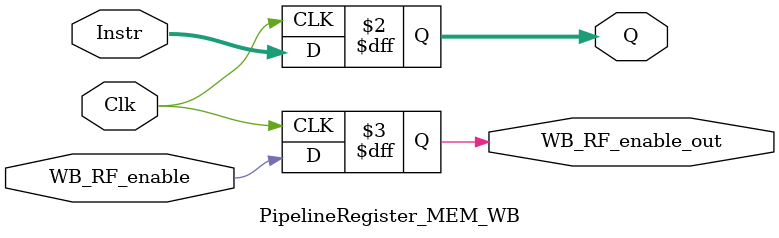
<source format=v>
module ControlUnit(Instr, ID_OP, ID_jmpl_instr, ID_Read_Write, ID_SE_dm, ID_load_instr, ID_RF_enable, ID_size_dm, ID_modifyCC, ID_Call_instr, ID_B_instr, ID_29_a, ID_ALU_op3);
    input [31:0] Instr;
    output reg ID_jmpl_instr, ID_Read_Write, ID_SE_dm, ID_load_instr, ID_RF_enable, ID_modifyCC, ID_Call_instr, ID_B_instr, ID_29_a;
    output reg [1:0] ID_size_dm;
    output reg [1:0] ID_OP;
    output reg [5:0] ID_ALU_op3;

    wire [1:0] op = Instr[31:30];

    always @(*) 
        begin

            case (op)
            2'b01:
            begin
                //op = CALL
                ID_OP = op;
                ID_jmpl_instr = 0;
                ID_Read_Write = 'X;
                ID_SE_dm = 'X;
                ID_load_instr = 0;
                ID_RF_enable = 1; //Write in R15 PC
                ID_size_dm = 'X;
                ID_modifyCC = 'X;
                ID_Call_instr = 1;
                ID_B_instr = 0;
                ID_29_a = 'X;
                ID_ALU_op3 = 'X;
            end
    
            2'b00:
            begin
                //op = Branch
                ID_OP = op;
                ID_jmpl_instr = 0;
                ID_Read_Write = 0;
                ID_SE_dm = 0;
                ID_load_instr = 0;
                ID_RF_enable = 0;
                ID_size_dm = 0;
                ID_modifyCC = 0;
                ID_Call_instr = 0;
                ID_B_instr = 1;
                ID_29_a = Instr[29];
                ID_ALU_op3 = 000000;
            end

            2'b10:
            begin
                //op = Arithmetic or Jmpl

                if(Instr[24:19] == 6'b111000) begin
                    ID_jmpl_instr = 1;
                    ID_modifyCC = 0;
                end else if ( (Instr[24:19] == 6'b010000) || (Instr[24:19] == 6'b011000) || (Instr[24:19] == 6'b010100) || (Instr[24:19] == 6'b011100)) begin
                    ID_modifyCC = 1;
                    ID_jmpl_instr = 0;
                end

                ID_OP = op;
                ID_Read_Write = 'X;
                ID_SE_dm = 'X;
                ID_load_instr = 0;
                ID_RF_enable = 1;
                ID_size_dm = 'X;
                ID_Call_instr = 0;
                ID_B_instr = 0;
                ID_29_a = 'X;
                ID_ALU_op3 = Instr[24:19];
            end

            2'b11:
            begin
                //op = Load/Store
                case (Instr[24:19])
                6'b001001: //load sign byte
                begin
                    ID_Read_Write = 0; //Load = 0
                    ID_SE_dm = 1; //Signed Extension
                    ID_load_instr = 1; //Enable
                    ID_RF_enable = 1; //Ubicar en Rd un valor de memoria 
                    ID_size_dm = 00; //byte
                end
                6'b001010: //load sign halfword
                begin
                    ID_Read_Write = 0; //Load = 0
                    ID_SE_dm = 1; //Signed Extension
                    ID_load_instr = 1; //Enable
                    ID_RF_enable = 1; //Ubicar en Rd un valor de memoria 
                    ID_size_dm = 01; //halfword
                end
                6'b000000: //load word
                begin
                    ID_Read_Write = 0; //Load = 0
                    ID_SE_dm = 'X; //Signed Extension
                    ID_load_instr = 1; //Enable
                    ID_RF_enable = 1; //Ubicar en Rd un valor de memoria 
                    ID_size_dm = 10; //word
                end
                6'b000001: //load unsigned byte
                begin
                    ID_Read_Write = 0; //Load = 0
                    ID_SE_dm = 0; //Signed Extension
                    ID_load_instr = 1; //Enable
                    ID_RF_enable = 1; //Ubicar en Rd un valor de memoria 
                    ID_size_dm = 00; //byte
                end
                6'b000010: //load unsigned halfword
                begin
                    ID_Read_Write = 0; //Load = 0
                    ID_SE_dm = 0; //Signed Extension
                    ID_load_instr = 1; //Enable
                    ID_RF_enable = 1; //Ubicar en Rd un valor de memoria 
                    ID_size_dm = 01; //halfword
                end
                6'b000101: //store byte
                begin
                    ID_Read_Write = 1; //Store = 1
                    ID_SE_dm = 'X; //Signed Extension
                    ID_load_instr = 1; //Enable
                    ID_RF_enable = 0; //Ubicar en Memoria solamente 
                    ID_size_dm = 00; //byte
                end
                6'b000110: //store halfword
                begin
                    ID_Read_Write = 1; //Store = 1
                    ID_SE_dm = 'X; //Signed Extension
                    ID_load_instr = 1; //Enable
                    ID_RF_enable = 0; //Ubicar en Memoria solamente 
                    ID_size_dm = 01; //byte
                end
                6'b000100: //store word
                begin
                    ID_Read_Write = 1; //Store = 1
                    ID_SE_dm = 'X; //Signed Extension
                    ID_load_instr = 1; //Enable
                    ID_RF_enable = 0; //Ubicar en Memoria solamente 
                    ID_size_dm = 10; //Word
                end
                endcase
                ID_OP = op;
                ID_jmpl_instr = 0;
                ID_modifyCC = 0;
                ID_Call_instr = 0;
                ID_B_instr = 0;
                ID_29_a = 'X;
                ID_ALU_op3 =Instr[24:19];
            end

            endcase
        
        end



endmodule

module MuxControlSignal(S, ID_jmpl_instr, ID_Read_Write, ID_SE_dm, ID_load_instr, ID_RF_enable, ID_size_dm, ID_modifyCC, ID_Call_instr, ID_B_instr, ID_29_a, ID_ALU_op3, ID_jmpl_instr_out, ID_Read_Write_out, ID_SE_dm_out, ID_load_instr_out, ID_RF_enable_out, ID_size_dm_out, ID_modifyCC_out, ID_Call_instr_out, ID_B_instr_out, ID_29_a_out, ID_ALU_op3_out);
    input S;
    input ID_jmpl_instr, ID_Read_Write, ID_SE_dm, ID_load_instr, ID_RF_enable, ID_modifyCC, ID_Call_instr, ID_B_instr, ID_29_a;
    input [1:0] ID_size_dm; 
    input [5:0] ID_ALU_op3;
    output reg ID_jmpl_instr_out, ID_Read_Write_out, ID_SE_dm_out, ID_load_instr_out, ID_RF_enable_out, ID_modifyCC_out, ID_Call_instr_out, ID_B_instr_out, ID_29_a_out;
    output reg [1:0] ID_size_dm_out;
    output reg [5:0] ID_ALU_op3_out;

    always @(*) 
        begin
        case (S)
            1'b0: // Buffer
            begin
                ID_jmpl_instr_out = ID_jmpl_instr;
                ID_Read_Write_out = ID_Read_Write;
                ID_SE_dm_out = ID_SE_dm;
                ID_load_instr_out = ID_load_instr;
                ID_RF_enable_out = ID_RF_enable;
                ID_size_dm_out = ID_size_dm;
                ID_modifyCC_out = ID_modifyCC;
                ID_Call_instr_out = ID_Call_instr;
                ID_B_instr_out = ID_B_instr;
                ID_29_a_out = ID_29_a;
                ID_ALU_op3_out = ID_ALU_op3;
            end
                
            1'b1: //No Operation
            begin
                ID_jmpl_instr_out = 1'b0;
                ID_Read_Write_out = 1'b0;
                ID_SE_dm_out = 1'b0;
                ID_load_instr_out = 1'b0;
                ID_RF_enable_out = 1'b0;
                ID_size_dm_out = 2'b00;
                ID_modifyCC_out = 1'b0;
                ID_Call_instr_out = 1'b0;
                ID_B_instr_out = 1'b0;
                ID_29_a_out = 1'b0;
                ID_ALU_op3_out = 6'b000000;    
            end
                
        endcase

        end

    
endmodule

module Sumador4(PC, nPC); 
    //input [31:0] PC;
    //output reg [31:0] nPC;
    input [7:0] PC;
    output reg [7:0] nPC;
    always @(PC, nPC) 
        begin
            //wire [31:0] sum = PC + 4;
            nPC = PC + 4;
        end
    
endmodule

module nPC (Clk, D, Q, LE, R);
   //input [31:0] D;
    input [7:0] D;
    input LE;
    input Clk;
    input R;
    output reg [7:0] Q;
    //output reg [31:0] Q;

    always @(posedge Clk, R) //0 --> 1 en Clk: entra al if
        begin
            if (R) Q <= 8'b0000100; //En el caso de nPC un reset produce un número binario correspondiente a un 4.
            else if (LE) Q <= D; // LE = 1  D --> Q
        end

endmodule

module PC (Clk, D, Q, LE, R);
    //input [31:0] D;
    input [7:0] D;
    input LE;
    input Clk;
    input R;
    output reg [7:0] Q;
    //output reg [31:0] Q;

always @(posedge Clk, R) //0 --> 1 en Clk: entra al if
    begin
        if (R) Q <= 8'b00000000; //un reset tienen el efecto de hacer cero todos los bits de salida del registro. 
        else if (LE) Q <= D; // LE = 1  D --> Q
    end
    
endmodule

module InstructionMemory (output reg [31:0] DataOut, input [7:0] Address);

    reg [7:0] Mem [0:511];
    always @(Address) begin
    // Reading the Data
        DataOut = {Mem[Address], Mem[Address+1], Mem[Address+2], Mem[Address+3]};
    
    end

endmodule

module PipelineRegister_IF_ID(Clk, Instr, Q, LE, R);
    input [31:0] Instr;
    input LE;
    input Clk;
    input R;
    output reg [31:0] Q;

always @(posedge Clk, R, LE) //0 --> 1 en Clk: entra al if
    begin
        if (R) Q <= 32'b00000000000000000000000000000000; //un reset tienen el efecto de hacer cero todos los bits de salida del registro. 
        else if (LE) Q <= Instr; // LE = 1  D --> Q
    end
    
endmodule

module PipelineRegister_ID_EX(Clk, Instr, Q, EX_jmpl_instr, EX_Read_Write, EX_ALU_op3, EX_SE_dm, EX_load_instr, EX_RF_enable, EX_size_dm, EX_modifyCC, EX_jmpl_instr_out, EX_Read_Write_out, EX_ALU_op3_out, EX_SE_dm_out, EX_load_instr_out, EX_RF_enable_out, EX_size_dm_out, EX_modifyCC_out);
    input [31:0] Instr;
    input Clk;
    input EX_jmpl_instr, EX_Read_Write, EX_SE_dm, EX_load_instr, EX_RF_enable , EX_modifyCC;
    input [1:0] EX_size_dm;
    input [5:0] EX_ALU_op3;
    output reg EX_jmpl_instr_out, EX_Read_Write_out, EX_SE_dm_out, EX_load_instr_out, EX_RF_enable_out , EX_modifyCC_out;
    output reg [1:0] EX_size_dm_out;
    output reg [5:0] EX_ALU_op3_out;
    output reg [31:0] Q;

always @(posedge Clk) //0 --> 1 en Clk: entra al if
    begin
        Q <= Instr; //Output <= Input
        EX_jmpl_instr_out <= EX_jmpl_instr;
        EX_Read_Write_out <= EX_Read_Write;
        EX_ALU_op3_out <= EX_ALU_op3; 
        EX_SE_dm_out <= EX_SE_dm; 
        EX_load_instr_out <= EX_load_instr; 
        EX_RF_enable_out <= EX_RF_enable; 
        EX_size_dm_out <= EX_size_dm; 
        EX_modifyCC_out <= EX_modifyCC;
    end
    
endmodule

module PipelineRegister_EX_MEM(Clk, Instr, Q, MEM_jmpl_instr, MEM_Read_Write, MEM_SE_dm, MEM_load_instr, MEM_RF_enable, MEM_size_dm, MEM_jmpl_instr_out, MEM_Read_Write_out, MEM_SE_dm_out, MEM_load_instr_out, MEM_RF_enable_out, MEM_size_dm_out);
    input [31:0] Instr;
    input Clk;
    input MEM_jmpl_instr, MEM_Read_Write, MEM_SE_dm, MEM_load_instr, MEM_RF_enable;
    input [1:0] MEM_size_dm;
    output reg MEM_jmpl_instr_out, MEM_Read_Write_out, MEM_SE_dm_out, MEM_load_instr_out, MEM_RF_enable_out;
    output reg [1:0] MEM_size_dm_out;
    output reg [31:0] Q;

always @(posedge Clk) //0 --> 1 en Clk: entra al if
    begin
        Q <= Instr; //Output <= Input
        MEM_jmpl_instr_out <= MEM_jmpl_instr;
        MEM_Read_Write_out <= MEM_Read_Write;
        MEM_SE_dm_out <= MEM_SE_dm; 
        MEM_load_instr_out <= MEM_load_instr; 
        MEM_RF_enable_out <= MEM_RF_enable; 
        MEM_size_dm_out <= MEM_size_dm;
    end
    
endmodule

module PipelineRegister_MEM_WB(Clk, Instr, Q, WB_RF_enable, WB_RF_enable_out);
    input [31:0] Instr;
    input Clk;
    input WB_RF_enable;
    output reg WB_RF_enable_out;
    output reg [31:0] Q;

always @(posedge Clk) //0 --> 1 en Clk: entra al if
    begin
        Q <= Instr; //Output <= Input
        WB_RF_enable_out <= WB_RF_enable; 
    end
    
endmodule
</source>
